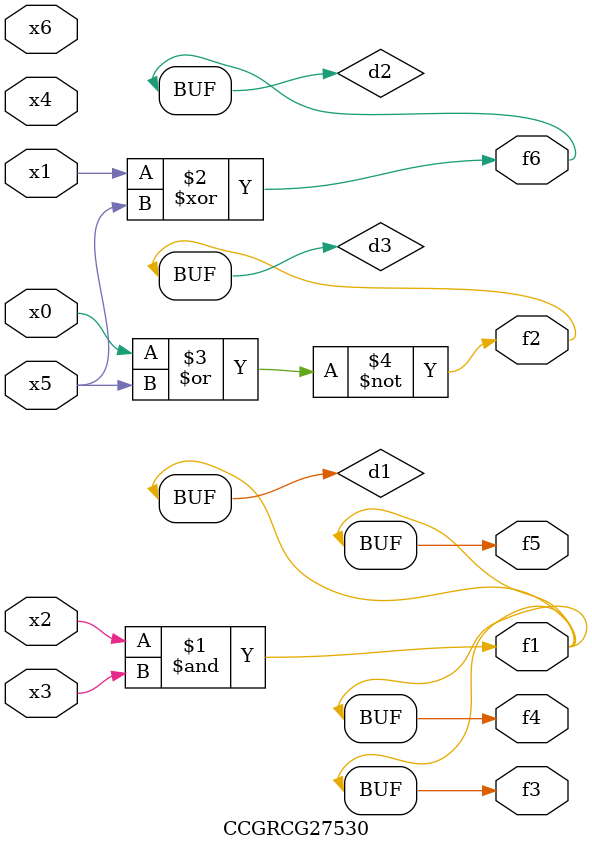
<source format=v>
module CCGRCG27530(
	input x0, x1, x2, x3, x4, x5, x6,
	output f1, f2, f3, f4, f5, f6
);

	wire d1, d2, d3;

	and (d1, x2, x3);
	xor (d2, x1, x5);
	nor (d3, x0, x5);
	assign f1 = d1;
	assign f2 = d3;
	assign f3 = d1;
	assign f4 = d1;
	assign f5 = d1;
	assign f6 = d2;
endmodule

</source>
